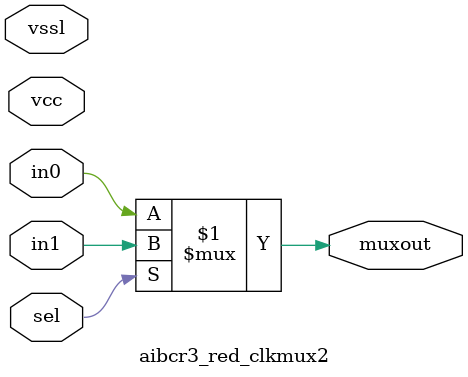
<source format=v>
module aibcr3_red_clkmux2(	// file.cleaned.mlir:2:3
  input  in0,	// file.cleaned.mlir:2:36
         in1,	// file.cleaned.mlir:2:50
         sel,	// file.cleaned.mlir:2:64
         vcc,	// file.cleaned.mlir:2:78
         vssl,	// file.cleaned.mlir:2:92
  output muxout	// file.cleaned.mlir:2:108
);

  assign muxout = sel ? in1 : in0;	// file.cleaned.mlir:3:10, :4:5
endmodule


</source>
